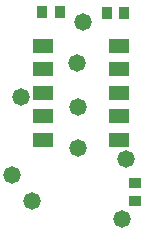
<source format=gts>
%FSTAX23Y23*%
%MOIN*%
%SFA1B1*%

%IPPOS*%
%ADD15R,0.043425X0.035551*%
%ADD16R,0.069016X0.047362*%
%ADD17R,0.035551X0.043425*%
%ADD18C,0.057992*%
%LNpcb1-1*%
%LPD*%
G54D15*
X0144Y01154D03*
Y01095D03*
G54D16*
X01132Y01297D03*
X01387D03*
Y01376D03*
Y01455D03*
Y01533D03*
Y01612D03*
X01132D03*
Y01533D03*
Y01455D03*
Y01376D03*
G54D17*
X0113Y01725D03*
X01189D03*
X01404Y0172D03*
X01345D03*
G54D18*
X01395Y01035D03*
X0125Y01407D03*
X0106Y0144D03*
X0103Y0118D03*
X0141Y01235D03*
X0125Y0127D03*
X01095Y01095D03*
X01245Y01555D03*
X01265Y0169D03*
M02*
</source>
